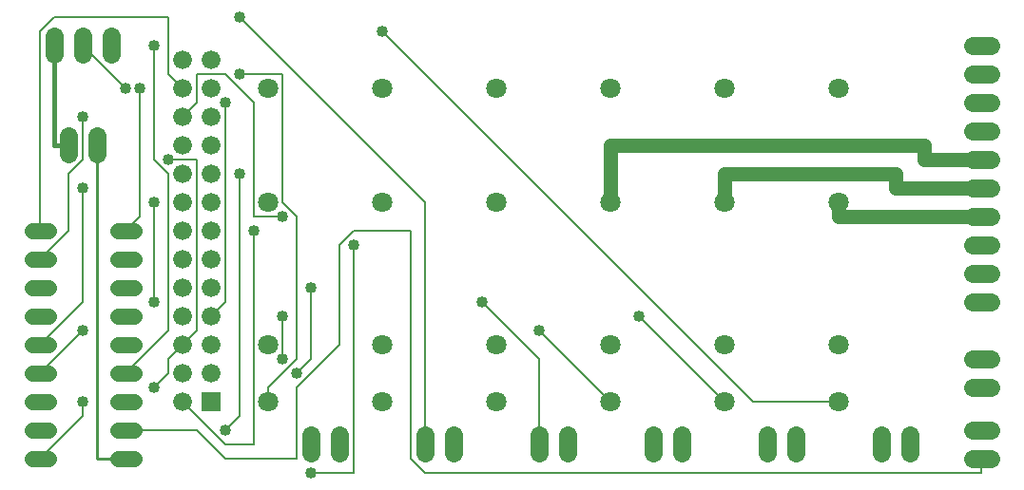
<source format=gbl>
G75*
G70*
%OFA0B0*%
%FSLAX24Y24*%
%IPPOS*%
%LPD*%
%AMOC8*
5,1,8,0,0,1.08239X$1,22.5*
%
%ADD10C,0.0560*%
%ADD11C,0.0634*%
%ADD12R,0.0660X0.0660*%
%ADD13C,0.0660*%
%ADD14C,0.0712*%
%ADD15C,0.0640*%
%ADD16C,0.0080*%
%ADD17C,0.0400*%
%ADD18C,0.0160*%
%ADD19C,0.0500*%
%ADD20C,0.0100*%
D10*
X001070Y001133D02*
X001630Y001133D01*
X001630Y002133D02*
X001070Y002133D01*
X001070Y003133D02*
X001630Y003133D01*
X001630Y004133D02*
X001070Y004133D01*
X001070Y005133D02*
X001630Y005133D01*
X001630Y006133D02*
X001070Y006133D01*
X001070Y007133D02*
X001630Y007133D01*
X001630Y008133D02*
X001070Y008133D01*
X001070Y009133D02*
X001630Y009133D01*
X004070Y009133D02*
X004630Y009133D01*
X004630Y008133D02*
X004070Y008133D01*
X004070Y007133D02*
X004630Y007133D01*
X004630Y006133D02*
X004070Y006133D01*
X004070Y005133D02*
X004630Y005133D01*
X004630Y004133D02*
X004070Y004133D01*
X004070Y003133D02*
X004630Y003133D01*
X004630Y002133D02*
X004070Y002133D01*
X004070Y001133D02*
X004630Y001133D01*
D11*
X010850Y001316D02*
X010850Y001950D01*
X011850Y001950D02*
X011850Y001316D01*
X014850Y001316D02*
X014850Y001950D01*
X015850Y001950D02*
X015850Y001316D01*
X018850Y001316D02*
X018850Y001950D01*
X019850Y001950D02*
X019850Y001316D01*
X022850Y001316D02*
X022850Y001950D01*
X023850Y001950D02*
X023850Y001316D01*
X026850Y001316D02*
X026850Y001950D01*
X027850Y001950D02*
X027850Y001316D01*
X030850Y001316D02*
X030850Y001950D01*
X031850Y001950D02*
X031850Y001316D01*
X034033Y001133D02*
X034667Y001133D01*
X034667Y002133D02*
X034033Y002133D01*
X034033Y003633D02*
X034667Y003633D01*
X034667Y004633D02*
X034033Y004633D01*
X003850Y015316D02*
X003850Y015950D01*
X002850Y015950D02*
X002850Y015316D01*
X001850Y015316D02*
X001850Y015950D01*
X002350Y012450D02*
X002350Y011816D01*
X003350Y011816D02*
X003350Y012450D01*
D12*
X007350Y003133D03*
D13*
X006350Y003133D03*
X006350Y004133D03*
X007350Y004133D03*
X007350Y005133D03*
X006350Y005133D03*
X006350Y006133D03*
X007350Y006133D03*
X007350Y007133D03*
X006350Y007133D03*
X006350Y008133D03*
X007350Y008133D03*
X007350Y009133D03*
X006350Y009133D03*
X006350Y010133D03*
X007350Y010133D03*
X007350Y011133D03*
X006350Y011133D03*
X006350Y012133D03*
X007350Y012133D03*
X007350Y013133D03*
X006350Y013133D03*
X006350Y014133D03*
X007350Y014133D03*
X007350Y015133D03*
X006350Y015133D03*
D14*
X009350Y014133D03*
X013350Y014133D03*
X017350Y014133D03*
X021350Y014133D03*
X025350Y014133D03*
X029350Y014133D03*
X029350Y010133D03*
X025350Y010133D03*
X021350Y010133D03*
X017350Y010133D03*
X013350Y010133D03*
X009350Y010133D03*
X009350Y005133D03*
X009350Y003133D03*
X013350Y003133D03*
X013350Y005133D03*
X017350Y005133D03*
X017350Y003133D03*
X021350Y003133D03*
X021350Y005133D03*
X025350Y005133D03*
X025350Y003133D03*
X029350Y003133D03*
X029350Y005133D03*
D15*
X034030Y006633D02*
X034670Y006633D01*
X034670Y007633D02*
X034030Y007633D01*
X034030Y008633D02*
X034670Y008633D01*
X034670Y009633D02*
X034030Y009633D01*
X034030Y010633D02*
X034670Y010633D01*
X034670Y011633D02*
X034030Y011633D01*
X034030Y012633D02*
X034670Y012633D01*
X034670Y013633D02*
X034030Y013633D01*
X034030Y014633D02*
X034670Y014633D01*
X034670Y015633D02*
X034030Y015633D01*
D16*
X018850Y004633D02*
X016850Y006633D01*
X018850Y005633D02*
X021350Y003133D01*
X018850Y001633D02*
X018850Y004633D01*
X022350Y006133D02*
X025350Y003133D01*
X026350Y003133D02*
X029350Y003133D01*
X026350Y003133D02*
X013350Y016133D01*
X009850Y014633D02*
X009850Y010133D01*
X010350Y009633D01*
X010350Y004633D01*
X009350Y003633D01*
X009350Y003133D01*
X008350Y002633D02*
X008350Y011133D01*
X006850Y011633D02*
X006850Y005633D01*
X006350Y005133D01*
X005850Y004633D01*
X005850Y004133D01*
X005350Y003633D01*
X004350Y004133D02*
X005850Y005633D01*
X005850Y011133D01*
X005350Y011633D01*
X005350Y015633D01*
X005850Y014633D02*
X006350Y014133D01*
X006850Y013633D02*
X006350Y013133D01*
X006850Y013633D02*
X006850Y014633D01*
X007850Y014633D01*
X008850Y013633D01*
X008850Y009633D01*
X009850Y009633D01*
X008850Y009133D02*
X008850Y001633D01*
X007850Y001633D01*
X006350Y003133D01*
X006850Y002133D02*
X004350Y002133D01*
X002850Y002633D02*
X002850Y003133D01*
X002850Y002633D02*
X001350Y001133D01*
X006850Y002133D02*
X007850Y001133D01*
X010350Y001133D01*
X010350Y003633D01*
X011850Y005133D01*
X011850Y008633D01*
X012350Y009133D01*
X014350Y009133D01*
X014350Y001133D01*
X014850Y000633D01*
X034350Y000633D01*
X034350Y001133D01*
X014850Y001633D02*
X014850Y010133D01*
X008350Y016633D01*
X005850Y016633D02*
X005850Y014633D01*
X004850Y014133D02*
X004850Y009633D01*
X004350Y009133D01*
X005350Y010133D02*
X005350Y006633D01*
X007350Y006133D02*
X007850Y006633D01*
X007850Y013633D01*
X008350Y014633D02*
X009850Y014633D01*
X005850Y016633D02*
X001850Y016633D01*
X001350Y016133D01*
X001350Y009133D01*
X002350Y009133D02*
X001350Y008133D01*
X002350Y009133D02*
X002350Y011133D01*
X002850Y011633D01*
X002850Y013133D01*
X004350Y014133D02*
X002850Y015633D01*
X005850Y011633D02*
X006850Y011633D01*
X002850Y010633D02*
X002850Y006633D01*
X001350Y005133D01*
X001350Y004133D02*
X002850Y005633D01*
X007850Y002133D02*
X008350Y002633D01*
X010350Y004133D02*
X010850Y004633D01*
X010850Y007133D01*
X009850Y006133D02*
X009850Y004633D01*
X010850Y000633D02*
X012350Y000633D01*
X012350Y008633D01*
D17*
X012350Y008633D03*
X009850Y009633D03*
X008850Y009133D03*
X005350Y010133D03*
X002850Y010633D03*
X005850Y011633D03*
X008350Y011133D03*
X007850Y013633D03*
X008350Y014633D03*
X005350Y015633D03*
X004850Y014133D03*
X004350Y014133D03*
X002850Y013133D03*
X008350Y016633D03*
X013350Y016133D03*
X010850Y007133D03*
X009850Y006133D03*
X009850Y004633D03*
X010350Y004133D03*
X007850Y002133D03*
X005350Y003633D03*
X002850Y003133D03*
X002850Y005633D03*
X005350Y006633D03*
X016850Y006633D03*
X018850Y005633D03*
X022350Y006133D03*
X010850Y000633D03*
D18*
X002350Y012133D02*
X001850Y012133D01*
X001850Y015633D01*
D19*
X021350Y012133D02*
X021350Y010133D01*
X025350Y010133D02*
X025350Y011133D01*
X031350Y011133D01*
X031350Y010633D01*
X034350Y010633D01*
X034350Y009633D02*
X029350Y009633D01*
X029350Y010133D01*
X032350Y011633D02*
X034350Y011633D01*
X032350Y011633D02*
X032350Y012133D01*
X021350Y012133D01*
D20*
X003350Y012133D02*
X003350Y001133D01*
X004350Y001133D01*
M02*

</source>
